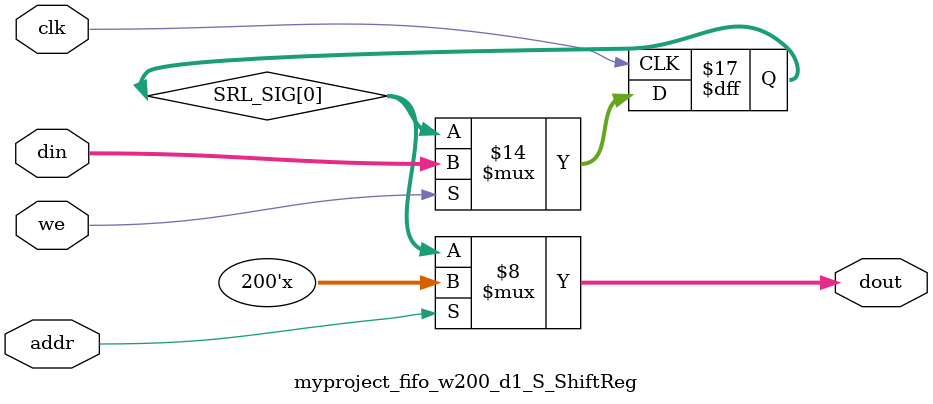
<source format=v>

`timescale 1ns/1ps

module myproject_fifo_w200_d1_S
#(parameter
    MEM_STYLE    = "shiftReg",
    DATA_WIDTH   = 200,
    ADDR_WIDTH   = 1,
    DEPTH        = 1)
(
    // system signal
    input  wire                  clk,
    input  wire                  reset,

    // write
    output wire                  if_full_n,
    input  wire                  if_write_ce,
    input  wire                  if_write,
    input  wire [DATA_WIDTH-1:0] if_din,
    
    // read 
    output wire [ADDR_WIDTH:0]   if_num_data_valid, // for FRP
    output wire [ADDR_WIDTH:0]   if_fifo_cap,       // for FRP

    output wire                  if_empty_n,
    input  wire                  if_read_ce,
    input  wire                  if_read,
    output wire [DATA_WIDTH-1:0] if_dout
);
//------------------------Parameter----------------------
localparam 
    SRL_DEPTH    = DEPTH,
    SRL_AWIDTH   = ADDR_WIDTH;
//------------------------Local signal-------------------
    reg  [SRL_AWIDTH-1:0] addr;
    wire                  push;
    wire                  pop;
    reg  [SRL_AWIDTH:0]   mOutPtr;
    reg                   empty_n = 1'b0;
    reg                   full_n = 1'b1; 

//------------------------Instantiation------------------
    myproject_fifo_w200_d1_S_ShiftReg 
    #(  .DATA_WIDTH (DATA_WIDTH),
        .ADDR_WIDTH (SRL_AWIDTH),
        .DEPTH      (SRL_DEPTH))
    U_myproject_fifo_w200_d1_S_ShiftReg (
        .clk        (clk),
        .we         (push),
        .addr       (addr),
        .din        (if_din),
        .dout       (if_dout)
    );
//------------------------Task and function--------------

//------------------------Body---------------------------
    // num_data_valid 
    assign if_num_data_valid = mOutPtr;
    assign if_fifo_cap       = DEPTH;

    // almost full/empty 

    // program full/empty 

    assign if_full_n  = full_n; 
    assign if_empty_n = empty_n;

    assign push       = full_n & if_write_ce & if_write;
    assign pop        = empty_n & if_read_ce & if_read;

    // addr
    always @(posedge clk) begin
        if (reset)
            addr <= {SRL_AWIDTH{1'b0}};
        else if (push & ~pop && empty_n)
            addr <= addr + 1'b1;
        else if (~push & pop && (mOutPtr != 1))
            addr <= addr - 1'b1;
    end

    // mOutPtr
    always @(posedge clk) begin
        if (reset)
            mOutPtr <= {SRL_AWIDTH+1{1'b0}};
        else if (push & ~pop)
            mOutPtr <= mOutPtr + 1'b1;
        else if (~push & pop)
            mOutPtr <= mOutPtr - 1'b1;
    end

    // full_n
    always @(posedge clk) begin
        if (reset)
            full_n <= 1'b1;
        else if ((push & ~pop) && (mOutPtr == DEPTH - 1))
            full_n <= 1'b0;
        else if (~push & pop)
            full_n <= 1'b1;
    end

    // empty_n
    always @(posedge clk) begin
        if (reset)
            empty_n <= 1'b0;
        else if (push & ~pop)
            empty_n <= 1'b1;
        else if ((~push & pop) && (mOutPtr == 1))
            empty_n <= 1'b0;
    end

    // almost_full_n 

    // almost_empty_n 

    // prog_full_n 
 
    // prog_empty_n 

endmodule  


module myproject_fifo_w200_d1_S_ShiftReg
#(parameter
    DATA_WIDTH  = 200,
    ADDR_WIDTH  = 1,
    DEPTH       = 1)
(
    input  wire                  clk,
    input  wire                  we,
    input  wire [ADDR_WIDTH-1:0] addr,
    input  wire [DATA_WIDTH-1:0] din,
    output wire [DATA_WIDTH-1:0] dout
);

    reg [DATA_WIDTH-1:0] SRL_SIG [0:DEPTH-1];
    integer i;

    always @(posedge clk) begin
        if (we) begin
            for (i=0; i<DEPTH-1; i=i+1)
                SRL_SIG[i+1] <= SRL_SIG[i];
            SRL_SIG[0] <= din;
        end
    end

    assign dout = SRL_SIG[addr];

endmodule
</source>
